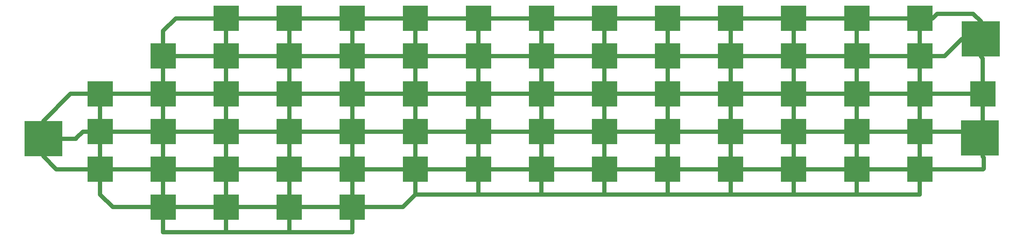
<source format=gbl>
G04*
G04 #@! TF.GenerationSoftware,Altium Limited,Altium Designer,20.0.2 (26)*
G04*
G04 Layer_Physical_Order=2*
G04 Layer_Color=16711680*
%FSLAX25Y25*%
%MOIN*%
G70*
G01*
G75*
%ADD10C,0.03937*%
G36*
X808661Y566142D02*
X785039D01*
Y589764D01*
X808661D01*
Y566142D01*
D02*
G37*
G36*
X749606D02*
X725984D01*
Y589764D01*
X749606D01*
Y566142D01*
D02*
G37*
G36*
X690551D02*
X666929D01*
Y589764D01*
X690551D01*
Y566142D01*
D02*
G37*
G36*
X631496D02*
X607874D01*
Y589764D01*
X631496D01*
Y566142D01*
D02*
G37*
G36*
X572441D02*
X548819D01*
Y589764D01*
X572441D01*
Y566142D01*
D02*
G37*
G36*
X808661Y530709D02*
X785039D01*
Y554331D01*
X808661D01*
Y530709D01*
D02*
G37*
G36*
X749606D02*
X725984D01*
Y554331D01*
X749606D01*
Y530709D01*
D02*
G37*
G36*
X690551D02*
X666929D01*
Y554331D01*
X690551D01*
Y530709D01*
D02*
G37*
G36*
X631496D02*
X607874D01*
Y554331D01*
X631496D01*
Y530709D01*
D02*
G37*
G36*
X572441D02*
X548819D01*
Y554331D01*
X572441D01*
Y530709D01*
D02*
G37*
G36*
X513386D02*
X489764D01*
Y554331D01*
X513386D01*
Y530709D01*
D02*
G37*
G36*
X808661Y495276D02*
X785039D01*
Y518898D01*
X808661D01*
Y495276D01*
D02*
G37*
G36*
X749606D02*
X725984D01*
Y518898D01*
X749606D01*
Y495276D01*
D02*
G37*
G36*
X690551D02*
X666929D01*
Y518898D01*
X690551D01*
Y495276D01*
D02*
G37*
G36*
X631496D02*
X607874D01*
Y518898D01*
X631496D01*
Y495276D01*
D02*
G37*
G36*
X572441D02*
X548819D01*
Y518898D01*
X572441D01*
Y495276D01*
D02*
G37*
G36*
X513386D02*
X489764D01*
Y518898D01*
X513386D01*
Y495276D01*
D02*
G37*
G36*
X454331D02*
X430709D01*
Y518898D01*
X454331D01*
Y495276D01*
D02*
G37*
G36*
X808661Y459842D02*
X785039D01*
Y483465D01*
X808661D01*
Y459842D01*
D02*
G37*
G36*
X749606D02*
X725984D01*
Y483465D01*
X749606D01*
Y459842D01*
D02*
G37*
G36*
X690551D02*
X666929D01*
Y483465D01*
X690551D01*
Y459842D01*
D02*
G37*
G36*
X631496D02*
X607874D01*
Y483465D01*
X631496D01*
Y459842D01*
D02*
G37*
G36*
X572441D02*
X548819D01*
Y483465D01*
X572441D01*
Y459842D01*
D02*
G37*
G36*
X513386D02*
X489764D01*
Y483465D01*
X513386D01*
Y459842D01*
D02*
G37*
G36*
X454331D02*
X430709D01*
Y483465D01*
X454331D01*
Y459842D01*
D02*
G37*
G36*
X407087Y448425D02*
X371654D01*
Y481496D01*
X407087D01*
Y448425D01*
D02*
G37*
G36*
X808661Y424409D02*
X785039D01*
Y448032D01*
X808661D01*
Y424409D01*
D02*
G37*
G36*
X749606D02*
X725984D01*
Y448032D01*
X749606D01*
Y424409D01*
D02*
G37*
G36*
X690551D02*
X666929D01*
Y448032D01*
X690551D01*
Y424409D01*
D02*
G37*
G36*
X631496D02*
X607874D01*
Y448032D01*
X631496D01*
Y424409D01*
D02*
G37*
G36*
X572441D02*
X548819D01*
Y448032D01*
X572441D01*
Y424409D01*
D02*
G37*
G36*
X513386D02*
X489764D01*
Y448032D01*
X513386D01*
Y424409D01*
D02*
G37*
G36*
X454331D02*
X430709D01*
Y448032D01*
X454331D01*
Y424409D01*
D02*
G37*
G36*
X690551Y388976D02*
X666929D01*
Y412598D01*
X690551D01*
Y388976D01*
D02*
G37*
G36*
X631496D02*
X607874D01*
Y412598D01*
X631496D01*
Y388976D01*
D02*
G37*
G36*
X572441D02*
X548819D01*
Y412598D01*
X572441D01*
Y388976D01*
D02*
G37*
G36*
X513386D02*
X489764D01*
Y412598D01*
X513386D01*
Y388976D01*
D02*
G37*
G36*
X1222047Y566142D02*
X1198425D01*
Y589764D01*
X1222047D01*
Y566142D01*
D02*
G37*
G36*
X1162992D02*
X1139370D01*
Y589764D01*
X1162992D01*
Y566142D01*
D02*
G37*
G36*
X1103937D02*
X1080315D01*
Y589764D01*
X1103937D01*
Y566142D01*
D02*
G37*
G36*
X1044882D02*
X1021260D01*
Y589764D01*
X1044882D01*
Y566142D01*
D02*
G37*
G36*
X985827D02*
X962205D01*
Y589764D01*
X985827D01*
Y566142D01*
D02*
G37*
G36*
X926772D02*
X903150D01*
Y589764D01*
X926772D01*
Y566142D01*
D02*
G37*
G36*
X867717D02*
X844094D01*
Y589764D01*
X867717D01*
Y566142D01*
D02*
G37*
G36*
X1285039Y542126D02*
X1249606D01*
Y575197D01*
X1285039D01*
Y542126D01*
D02*
G37*
G36*
X1222047Y530709D02*
X1198425D01*
Y554331D01*
X1222047D01*
Y530709D01*
D02*
G37*
G36*
X1162992D02*
X1139370D01*
Y554331D01*
X1162992D01*
Y530709D01*
D02*
G37*
G36*
X1103937D02*
X1080315D01*
Y554331D01*
X1103937D01*
Y530709D01*
D02*
G37*
G36*
X1044882D02*
X1021260D01*
Y554331D01*
X1044882D01*
Y530709D01*
D02*
G37*
G36*
X985827D02*
X962205D01*
Y554331D01*
X985827D01*
Y530709D01*
D02*
G37*
G36*
X926772D02*
X903150D01*
Y554331D01*
X926772D01*
Y530709D01*
D02*
G37*
G36*
X867717D02*
X844094D01*
Y554331D01*
X867717D01*
Y530709D01*
D02*
G37*
G36*
X1281102Y495276D02*
X1257480D01*
Y518898D01*
X1281102D01*
Y495276D01*
D02*
G37*
G36*
X1222047D02*
X1198425D01*
Y518898D01*
X1222047D01*
Y495276D01*
D02*
G37*
G36*
X1162992D02*
X1139370D01*
Y518898D01*
X1162992D01*
Y495276D01*
D02*
G37*
G36*
X1103937D02*
X1080315D01*
Y518898D01*
X1103937D01*
Y495276D01*
D02*
G37*
G36*
X1044882D02*
X1021260D01*
Y518898D01*
X1044882D01*
Y495276D01*
D02*
G37*
G36*
X985827D02*
X962205D01*
Y518898D01*
X985827D01*
Y495276D01*
D02*
G37*
G36*
X926772D02*
X903150D01*
Y518898D01*
X926772D01*
Y495276D01*
D02*
G37*
G36*
X867717D02*
X844094D01*
Y518898D01*
X867717D01*
Y495276D01*
D02*
G37*
G36*
X1222047Y459842D02*
X1198425D01*
Y483465D01*
X1222047D01*
Y459842D01*
D02*
G37*
G36*
X1162992D02*
X1139370D01*
Y483465D01*
X1162992D01*
Y459842D01*
D02*
G37*
G36*
X1103937D02*
X1080315D01*
Y483465D01*
X1103937D01*
Y459842D01*
D02*
G37*
G36*
X1044882D02*
X1021260D01*
Y483465D01*
X1044882D01*
Y459842D01*
D02*
G37*
G36*
X985827D02*
X962205D01*
Y483465D01*
X985827D01*
Y459842D01*
D02*
G37*
G36*
X926772D02*
X903150D01*
Y483465D01*
X926772D01*
Y459842D01*
D02*
G37*
G36*
X867717D02*
X844094D01*
Y483465D01*
X867717D01*
Y459842D01*
D02*
G37*
G36*
X1284252Y449213D02*
X1248819D01*
Y482283D01*
X1284252D01*
Y449213D01*
D02*
G37*
G36*
X1222047Y424409D02*
X1198425D01*
Y448032D01*
X1222047D01*
Y424409D01*
D02*
G37*
G36*
X1162992D02*
X1139370D01*
Y448032D01*
X1162992D01*
Y424409D01*
D02*
G37*
G36*
X1103937D02*
X1080315D01*
Y448032D01*
X1103937D01*
Y424409D01*
D02*
G37*
G36*
X1044882D02*
X1021260D01*
Y448032D01*
X1044882D01*
Y424409D01*
D02*
G37*
G36*
X985827D02*
X962205D01*
Y448032D01*
X985827D01*
Y424409D01*
D02*
G37*
G36*
X926772D02*
X903150D01*
Y448032D01*
X926772D01*
Y424409D01*
D02*
G37*
G36*
X867717D02*
X844094D01*
Y448032D01*
X867717D01*
Y424409D01*
D02*
G37*
D10*
X1260236Y582283D02*
X1267323Y575197D01*
X1226378Y582283D02*
X1260236D01*
X1222047Y577953D02*
X1226378Y582283D01*
X1222047Y542520D02*
X1233465D01*
X1249606Y558661D01*
X1267323Y542126D02*
X1269291Y540158D01*
Y518898D02*
Y540158D01*
X501575Y566142D02*
X513386Y577953D01*
X1210236Y554331D02*
Y566142D01*
X1151181Y554331D02*
Y566142D01*
X1092126Y554331D02*
Y566142D01*
X1033071Y554331D02*
Y566142D01*
X974016Y554331D02*
Y566142D01*
X914961Y554331D02*
Y566142D01*
X855906Y554331D02*
Y566142D01*
X796850Y554331D02*
Y566142D01*
X737795Y554331D02*
Y566142D01*
X678740Y554331D02*
Y566142D01*
X619685Y554331D02*
Y566142D01*
X560630Y554331D02*
Y566142D01*
X501575Y554331D02*
Y566142D01*
X1162992Y577953D02*
X1198425D01*
X1103937D02*
X1139370D01*
X1044882D02*
X1080315D01*
X985827D02*
X1021260D01*
X926772D02*
X962205D01*
X867717D02*
X903150D01*
X808661D02*
X844094D01*
X749606D02*
X785039D01*
X690551D02*
X725984D01*
X631496D02*
X666929D01*
X572441D02*
X607874D01*
X513386D02*
X548819D01*
X1210236Y518898D02*
Y530709D01*
X1151181Y518898D02*
Y530709D01*
X1092126Y518898D02*
Y530709D01*
X1033071Y518898D02*
Y530709D01*
X974016Y518898D02*
Y530709D01*
X914961Y518898D02*
Y530709D01*
X855906Y518898D02*
Y530709D01*
X796850Y518898D02*
Y530709D01*
X737795Y518898D02*
Y530709D01*
X678740Y518898D02*
Y530709D01*
X619685Y518898D02*
Y530709D01*
X560630Y518898D02*
Y530709D01*
X501575Y518898D02*
Y530709D01*
X1162992Y542520D02*
X1198425D01*
X1103937D02*
X1139370D01*
X1044882D02*
X1080315D01*
X985827D02*
X1021260D01*
X926772D02*
X962205D01*
X867717D02*
X903150D01*
X808661D02*
X844094D01*
X749606D02*
X785039D01*
X690551D02*
X725984D01*
X631496D02*
X666929D01*
X572441D02*
X607874D01*
X513386D02*
X548819D01*
X1210236Y483465D02*
Y495276D01*
X1151181Y483465D02*
Y495276D01*
X1092126Y483465D02*
Y495276D01*
X1033071Y483465D02*
Y495276D01*
X974016Y483465D02*
Y495276D01*
X914961Y483465D02*
Y495276D01*
X855906Y483465D02*
Y495276D01*
X796850Y483465D02*
Y495276D01*
X737795Y483465D02*
Y495276D01*
X678740Y483465D02*
Y495276D01*
X619685Y483465D02*
Y495276D01*
X560630Y483465D02*
Y495276D01*
X501575Y483465D02*
Y495276D01*
X1162992Y507087D02*
X1198425D01*
X1103937D02*
X1139370D01*
X1044882D02*
X1080315D01*
X985827D02*
X1021260D01*
X926772D02*
X962205D01*
X867717D02*
X903150D01*
X808661D02*
X844094D01*
X749606D02*
X785039D01*
X690551D02*
X725984D01*
X631496D02*
X666929D01*
X572441D02*
X607874D01*
X513386D02*
X548819D01*
X401575Y436221D02*
X430709D01*
X389370Y448425D02*
X401575Y436221D01*
X414961Y507087D02*
X430709D01*
X389370Y481496D02*
X414961Y507087D01*
X426378Y471654D02*
X430709D01*
X420472Y465748D02*
X426378Y471654D01*
X419685Y464961D02*
X420472Y465748D01*
X407087Y464961D02*
X419685D01*
X690551Y400787D02*
X725984D01*
X737795Y412598D01*
X1269291Y480709D02*
Y483465D01*
Y448032D02*
X1270079Y447244D01*
Y436912D02*
Y447244D01*
X1269387Y436221D02*
X1270079Y436912D01*
X1257480Y436221D02*
X1269387D01*
X737795Y412598D02*
X1210236D01*
X501575Y377165D02*
X678740D01*
X442520Y412598D02*
X454331Y400787D01*
X442520Y412598D02*
Y412598D01*
X454331Y400787D02*
X489764D01*
X513386D02*
X548819D01*
X572441D02*
X607874D01*
X631496D02*
X666929D01*
X501575Y377165D02*
Y388976D01*
X560630Y377165D02*
Y388976D01*
X619685Y377165D02*
Y388976D01*
X678740Y377165D02*
Y388976D01*
X454331Y436221D02*
X489764D01*
X513386D02*
X548819D01*
X572441D02*
X607874D01*
X631496D02*
X666929D01*
X690551D02*
X725984D01*
X749606D02*
X785039D01*
X808661D02*
X844094D01*
X867717D02*
X903150D01*
X926772D02*
X962205D01*
X985827D02*
X1021260D01*
X1044882D02*
X1080315D01*
X1103937D02*
X1139370D01*
X1162992D02*
X1198425D01*
X1222047D02*
X1257480D01*
X442520Y412598D02*
Y424409D01*
X501575Y412598D02*
Y424409D01*
X560630Y412598D02*
Y424409D01*
X619685Y412598D02*
Y424409D01*
X678740Y412598D02*
Y424409D01*
X737795Y412598D02*
Y424409D01*
X796850Y412598D02*
Y424409D01*
X855906Y412598D02*
Y424409D01*
X914961Y412598D02*
Y424409D01*
X974016Y412598D02*
Y424409D01*
X1033071Y412598D02*
Y424409D01*
X1092126Y412598D02*
Y424409D01*
X1151181Y412598D02*
Y424409D01*
X1210236Y412598D02*
Y424409D01*
X454331Y471654D02*
X489764D01*
X513386D02*
X548819D01*
X572441D02*
X607874D01*
X631496D02*
X666929D01*
X690551D02*
X725984D01*
X749606D02*
X785039D01*
X808661D02*
X844094D01*
X867717D02*
X903150D01*
X926772D02*
X962205D01*
X985827D02*
X1021260D01*
X1044882D02*
X1080315D01*
X1103937D02*
X1139370D01*
X1162992D02*
X1198425D01*
X1222047D02*
X1257480D01*
X442520Y448032D02*
Y459842D01*
X501575Y448032D02*
Y459842D01*
X560630Y448032D02*
Y459842D01*
X619685Y448032D02*
Y459842D01*
X678740Y448032D02*
Y459842D01*
X737795Y448032D02*
Y459842D01*
X796850Y448032D02*
Y459842D01*
X855906Y448032D02*
Y459842D01*
X914961Y448032D02*
Y459842D01*
X974016Y448032D02*
Y459842D01*
X1033071Y448032D02*
Y459842D01*
X1092126Y448032D02*
Y459842D01*
X1151181Y448032D02*
Y459842D01*
X1210236Y448032D02*
Y459842D01*
X1269291Y448032D02*
Y459842D01*
X454331Y507087D02*
X489764D01*
X1222047D02*
X1257480D01*
X442520Y483465D02*
Y495276D01*
X1269291Y483465D02*
Y495276D01*
M02*

</source>
